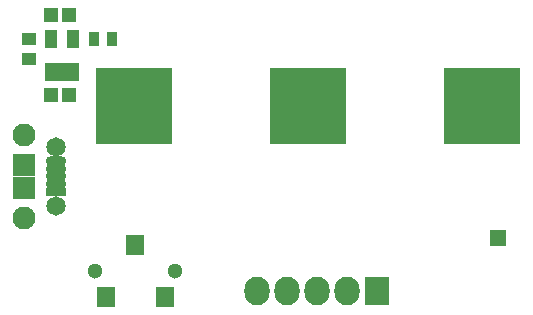
<source format=gbs>
G04 #@! TF.FileFunction,Soldermask,Bot*
%FSLAX46Y46*%
G04 Gerber Fmt 4.6, Leading zero omitted, Abs format (unit mm)*
G04 Created by KiCad (PCBNEW 4.0.2+dfsg1-stable) date Sun 14 May 2017 07:45:38 PM MDT*
%MOMM*%
G01*
G04 APERTURE LIST*
%ADD10C,0.100000*%
%ADD11R,6.496000X6.496000*%
%ADD12R,1.600000X1.800000*%
%ADD13C,1.300000*%
%ADD14R,1.950000X1.900000*%
%ADD15R,1.750000X0.800000*%
%ADD16O,1.750000X0.800000*%
%ADD17C,1.650000*%
%ADD18C,1.950000*%
%ADD19R,1.200000X1.150000*%
%ADD20R,1.200000X1.000000*%
%ADD21R,1.000000X1.500000*%
%ADD22R,2.127200X2.432000*%
%ADD23O,2.127200X2.432000*%
%ADD24R,0.900000X1.300000*%
%ADD25R,1.400000X1.400000*%
G04 APERTURE END LIST*
D10*
D11*
X198864000Y-104600000D03*
X184132000Y-104600000D03*
X169400000Y-104600000D03*
D12*
X172000000Y-120800000D03*
X167000000Y-120800000D03*
X169500000Y-116400000D03*
D13*
X172900000Y-118600000D03*
X166100000Y-118600000D03*
D14*
X160100000Y-109600000D03*
D15*
X162800000Y-111900000D03*
D16*
X162800000Y-111250000D03*
X162800000Y-110600000D03*
X162800000Y-109950000D03*
X162800000Y-109300000D03*
D17*
X162800000Y-113100000D03*
X162800000Y-108100000D03*
D18*
X160100000Y-114100000D03*
X160100000Y-107100000D03*
D14*
X160100000Y-111600000D03*
D19*
X162350000Y-96900000D03*
X163850000Y-96900000D03*
D20*
X160500000Y-98950000D03*
X160500000Y-100650000D03*
D21*
X164258252Y-101749617D03*
X163308252Y-101749617D03*
X162358252Y-101749617D03*
X162358252Y-98949617D03*
X164258252Y-98949617D03*
D22*
X189980000Y-120300000D03*
D23*
X187440000Y-120300000D03*
X184900000Y-120300000D03*
X182360000Y-120300000D03*
X179820000Y-120300000D03*
D19*
X162400000Y-103700000D03*
X163900000Y-103700000D03*
D24*
X166050000Y-99000000D03*
X167550000Y-99000000D03*
D25*
X200200000Y-115800000D03*
M02*

</source>
